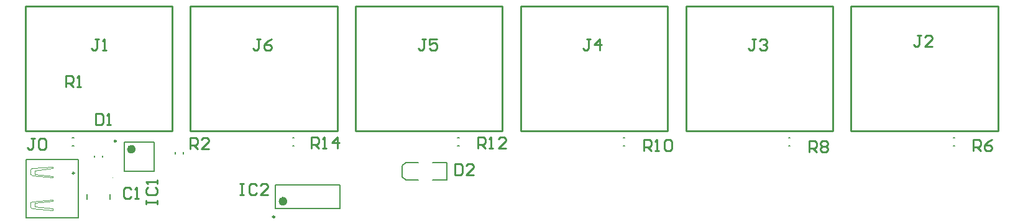
<source format=gto>
G04*
G04 #@! TF.GenerationSoftware,Altium Limited,Altium Designer,19.1.7 (138)*
G04*
G04 Layer_Color=65535*
%FSLAX25Y25*%
%MOIN*%
G70*
G01*
G75*
%ADD10C,0.00394*%
%ADD11C,0.02362*%
%ADD12C,0.00984*%
%ADD13C,0.01000*%
%ADD14C,0.00400*%
%ADD15C,0.00787*%
%ADD16C,0.00500*%
D10*
X46997Y-92078D02*
G03*
X46997Y-92078I-197J0D01*
G01*
D11*
X58071Y-76772D02*
G03*
X58071Y-76772I-1181J0D01*
G01*
X139370Y-104724D02*
G03*
X139370Y-104724I-1181J0D01*
G01*
D12*
X48720Y-72362D02*
G03*
X48720Y-72362I-492J0D01*
G01*
X133721Y-113091D02*
G03*
X133721Y-113091I-492J0D01*
G01*
D13*
X26260Y-89587D02*
G03*
X26260Y-89587I-472J0D01*
G01*
X442913Y-66929D02*
Y0D01*
X521654Y-66929D02*
Y0D01*
X442913Y-66929D02*
X521654D01*
X442913Y0D02*
X521654D01*
X354331Y-66929D02*
Y0D01*
X433071Y-66929D02*
Y0D01*
X354331Y-66929D02*
X433071D01*
X354331Y0D02*
X433071D01*
X265748Y-66929D02*
Y0D01*
X344488Y-66929D02*
Y0D01*
X265748Y-66929D02*
X344488D01*
X265748Y0D02*
X344488D01*
X177165Y-66929D02*
Y0D01*
X255906Y-66929D02*
Y0D01*
X177165Y-66929D02*
X255906D01*
X177165Y0D02*
X255906D01*
X88583Y-66929D02*
Y0D01*
X167323Y-66929D02*
Y0D01*
X88583Y-66929D02*
X167323D01*
X88583Y0D02*
X167323D01*
X-0Y-66929D02*
Y0D01*
X78740Y-66929D02*
Y0D01*
X-0Y-66929D02*
X78740D01*
X-0Y0D02*
X78740D01*
X480377Y-15655D02*
X478377D01*
X479377D01*
Y-20654D01*
X478377Y-21654D01*
X477378D01*
X476378Y-20654D01*
X486375Y-21654D02*
X482376D01*
X486375Y-17655D01*
Y-16655D01*
X485375Y-15655D01*
X483376D01*
X482376Y-16655D01*
X391794Y-17624D02*
X389795D01*
X390794D01*
Y-22622D01*
X389795Y-23622D01*
X388795D01*
X387795Y-22622D01*
X393793Y-18624D02*
X394793Y-17624D01*
X396792D01*
X397792Y-18624D01*
Y-19623D01*
X396792Y-20623D01*
X395793D01*
X396792D01*
X397792Y-21623D01*
Y-22622D01*
X396792Y-23622D01*
X394793D01*
X393793Y-22622D01*
X303211Y-17624D02*
X301212D01*
X302212D01*
Y-22622D01*
X301212Y-23622D01*
X300212D01*
X299213Y-22622D01*
X308210Y-23622D02*
Y-17624D01*
X305211Y-20623D01*
X309209D01*
X214629Y-17624D02*
X212629D01*
X213629D01*
Y-22622D01*
X212629Y-23622D01*
X211630D01*
X210630Y-22622D01*
X220627Y-17624D02*
X216628D01*
Y-20623D01*
X218627Y-19623D01*
X219627D01*
X220627Y-20623D01*
Y-22622D01*
X219627Y-23622D01*
X217628D01*
X216628Y-22622D01*
X126046Y-17624D02*
X124047D01*
X125046D01*
Y-22622D01*
X124047Y-23622D01*
X123047D01*
X122047Y-22622D01*
X132044Y-17624D02*
X130045Y-18624D01*
X128045Y-20623D01*
Y-22622D01*
X129045Y-23622D01*
X131044D01*
X132044Y-22622D01*
Y-21623D01*
X131044Y-20623D01*
X128045D01*
X39432Y-17624D02*
X37432D01*
X38432D01*
Y-22622D01*
X37432Y-23622D01*
X36433D01*
X35433Y-22622D01*
X41431Y-23622D02*
X43431D01*
X42431D01*
Y-17624D01*
X41431Y-18624D01*
X21654Y-43307D02*
Y-37309D01*
X24653D01*
X25652Y-38309D01*
Y-40308D01*
X24653Y-41308D01*
X21654D01*
X23653D02*
X25652Y-43307D01*
X27652D02*
X29651D01*
X28651D01*
Y-37309D01*
X27652Y-38309D01*
X88583Y-76772D02*
Y-70774D01*
X91582D01*
X92581Y-71773D01*
Y-73773D01*
X91582Y-74772D01*
X88583D01*
X90582D02*
X92581Y-76772D01*
X98579D02*
X94581D01*
X98579Y-72773D01*
Y-71773D01*
X97580Y-70774D01*
X95580D01*
X94581Y-71773D01*
X37894Y-57486D02*
Y-63484D01*
X40893D01*
X41892Y-62485D01*
Y-58486D01*
X40893Y-57486D01*
X37894D01*
X43892Y-63484D02*
X45891D01*
X44891D01*
Y-57486D01*
X43892Y-58486D01*
X508366Y-77756D02*
Y-71758D01*
X511365D01*
X512365Y-72758D01*
Y-74757D01*
X511365Y-75757D01*
X508366D01*
X510365D02*
X512365Y-77756D01*
X518363Y-71758D02*
X516364Y-72758D01*
X514364Y-74757D01*
Y-76756D01*
X515364Y-77756D01*
X517363D01*
X518363Y-76756D01*
Y-75757D01*
X517363Y-74757D01*
X514364D01*
X242618Y-76279D02*
Y-70281D01*
X245617D01*
X246617Y-71281D01*
Y-73281D01*
X245617Y-74280D01*
X242618D01*
X244618D02*
X246617Y-76279D01*
X248616D02*
X250616D01*
X249616D01*
Y-70281D01*
X248616Y-71281D01*
X257613Y-76279D02*
X253615D01*
X257613Y-72281D01*
Y-71281D01*
X256614Y-70281D01*
X254614D01*
X253615Y-71281D01*
X56656Y-98348D02*
X55656Y-97348D01*
X53657D01*
X52658Y-98348D01*
Y-102347D01*
X53657Y-103347D01*
X55656D01*
X56656Y-102347D01*
X58656Y-103347D02*
X60655D01*
X59655D01*
Y-97348D01*
X58656Y-98348D01*
X331693Y-77756D02*
Y-71758D01*
X334692D01*
X335692Y-72758D01*
Y-74757D01*
X334692Y-75757D01*
X331693D01*
X333692D02*
X335692Y-77756D01*
X337691D02*
X339690D01*
X338691D01*
Y-71758D01*
X337691Y-72758D01*
X342689D02*
X343689Y-71758D01*
X345688D01*
X346688Y-72758D01*
Y-76756D01*
X345688Y-77756D01*
X343689D01*
X342689Y-76756D01*
Y-72758D01*
X420276Y-78248D02*
Y-72250D01*
X423275D01*
X424274Y-73250D01*
Y-75249D01*
X423275Y-76249D01*
X420276D01*
X422275D02*
X424274Y-78248D01*
X426274Y-73250D02*
X427273Y-72250D01*
X429273D01*
X430272Y-73250D01*
Y-74249D01*
X429273Y-75249D01*
X430272Y-76249D01*
Y-77248D01*
X429273Y-78248D01*
X427273D01*
X426274Y-77248D01*
Y-76249D01*
X427273Y-75249D01*
X426274Y-74249D01*
Y-73250D01*
X427273Y-75249D02*
X429273D01*
X230315Y-84553D02*
Y-90551D01*
X233314D01*
X234314Y-89552D01*
Y-85553D01*
X233314Y-84553D01*
X230315D01*
X240312Y-90551D02*
X236313D01*
X240312Y-86553D01*
Y-85553D01*
X239312Y-84553D01*
X237313D01*
X236313Y-85553D01*
X64868Y-106299D02*
Y-104300D01*
Y-105299D01*
X70866D01*
Y-106299D01*
Y-104300D01*
X65868Y-97302D02*
X64868Y-98302D01*
Y-100301D01*
X65868Y-101301D01*
X69867D01*
X70866Y-100301D01*
Y-98302D01*
X69867Y-97302D01*
X70866Y-95303D02*
Y-93303D01*
Y-94303D01*
X64868D01*
X65868Y-95303D01*
X115157Y-95380D02*
X117157D01*
X116157D01*
Y-101378D01*
X115157D01*
X117157D01*
X124155Y-96380D02*
X123155Y-95380D01*
X121156D01*
X120156Y-96380D01*
Y-100378D01*
X121156Y-101378D01*
X123155D01*
X124155Y-100378D01*
X130153Y-101378D02*
X126154D01*
X130153Y-97379D01*
Y-96380D01*
X129153Y-95380D01*
X127154D01*
X126154Y-96380D01*
X153543Y-76279D02*
Y-70281D01*
X156542D01*
X157542Y-71281D01*
Y-73281D01*
X156542Y-74280D01*
X153543D01*
X155543D02*
X157542Y-76279D01*
X159541D02*
X161541D01*
X160541D01*
Y-70281D01*
X159541Y-71281D01*
X167539Y-76279D02*
Y-70281D01*
X164540Y-73281D01*
X168538D01*
X5144Y-70970D02*
X3144D01*
X4144D01*
Y-75968D01*
X3144Y-76968D01*
X2145D01*
X1145Y-75968D01*
X7143Y-71969D02*
X8143Y-70970D01*
X10142D01*
X11142Y-71969D01*
Y-75968D01*
X10142Y-76968D01*
X8143D01*
X7143Y-75968D01*
Y-71969D01*
D14*
X3826Y-87101D02*
G03*
X2804Y-87918I88J-1157D01*
G01*
X2804Y-87918D02*
G03*
X2804Y-90166I3666J-1124D01*
G01*
X2804Y-90167D02*
G03*
X3826Y-90984I1110J340D01*
G01*
X2804Y-107948D02*
G03*
X3826Y-108765I1110J340D01*
G01*
X2804Y-105699D02*
G03*
X2804Y-107947I3666J-1124D01*
G01*
X3826Y-104882D02*
G03*
X2804Y-105699I88J-1157D01*
G01*
X3826Y-87101D02*
X14658Y-86283D01*
X3826Y-90984D02*
X14658Y-92006D01*
Y-91188D01*
X5256Y-90167D02*
X14658Y-91188D01*
X5256Y-90167D02*
Y-88122D01*
X14658Y-87101D01*
Y-86283D01*
X3826Y-108765D02*
X14658Y-109582D01*
X3826Y-104882D02*
X14658Y-103859D01*
Y-104677D02*
Y-103859D01*
X5256Y-105699D02*
X14658Y-104677D01*
X5256Y-107743D02*
Y-105699D01*
Y-107743D02*
X14658Y-108765D01*
Y-109582D02*
Y-108765D01*
D15*
X25197Y-70669D02*
X25984D01*
X25197Y-75000D02*
X25984D01*
X80512Y-79134D02*
Y-78347D01*
X84842Y-79134D02*
Y-78347D01*
X37205Y-81102D02*
Y-80315D01*
X41535Y-81102D02*
Y-80315D01*
X497638Y-70669D02*
X498425D01*
X497638Y-75000D02*
X498425D01*
X231890Y-70669D02*
X232677D01*
X231890Y-75000D02*
X232677D01*
X33169Y-103740D02*
Y-100984D01*
X45571Y-103740D02*
Y-100984D01*
X320768Y-70669D02*
X321555D01*
X320768Y-75000D02*
X321555D01*
X409350Y-70669D02*
X410138D01*
X409350Y-75000D02*
X410138D01*
X203937Y-93110D02*
X210630D01*
X201969Y-85630D02*
X203937Y-84055D01*
X201969Y-91535D02*
X203937Y-93110D01*
Y-84055D02*
X210630D01*
X201969Y-91535D02*
Y-85630D01*
X225984Y-93110D02*
Y-84055D01*
X218504Y-93110D02*
X225984D01*
X218504Y-84055D02*
X225984D01*
X52953Y-88583D02*
X69095D01*
X52953Y-72835D02*
X69095D01*
Y-88583D02*
Y-72835D01*
X52953Y-88583D02*
Y-72835D01*
X134252Y-108661D02*
X168898D01*
X134252Y-96063D02*
X168898D01*
X134252Y-108661D02*
Y-96063D01*
X168898Y-108661D02*
Y-96063D01*
X143307Y-70669D02*
X144095D01*
X143307Y-75000D02*
X144095D01*
D16*
X394Y-82185D02*
X28346D01*
Y-113681D02*
Y-82185D01*
X394Y-113681D02*
X28346D01*
X394D02*
Y-82185D01*
M02*

</source>
